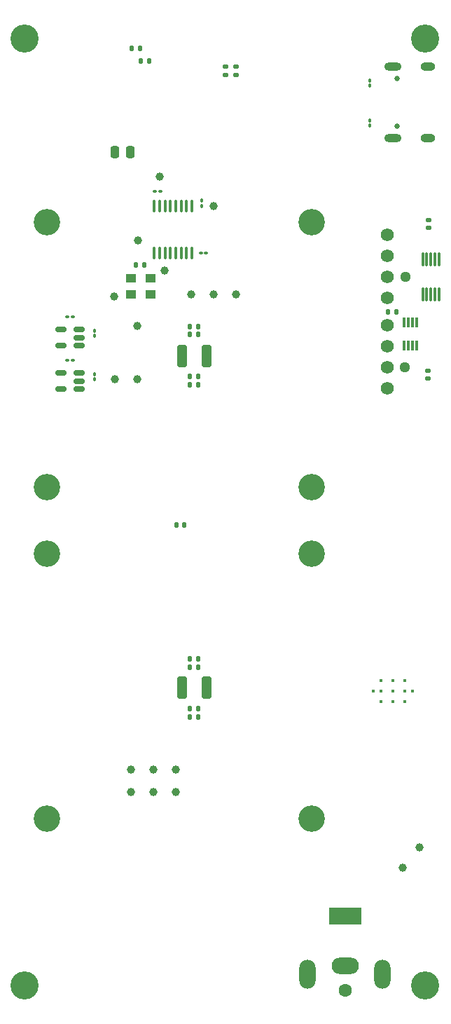
<source format=gbr>
%TF.GenerationSoftware,KiCad,Pcbnew,8.0.4*%
%TF.CreationDate,2024-11-04T21:15:06+01:00*%
%TF.ProjectId,BitForgeNano,42697446-6f72-4676-954e-616e6f2e6b69,rev?*%
%TF.SameCoordinates,Original*%
%TF.FileFunction,Soldermask,Bot*%
%TF.FilePolarity,Negative*%
%FSLAX46Y46*%
G04 Gerber Fmt 4.6, Leading zero omitted, Abs format (unit mm)*
G04 Created by KiCad (PCBNEW 8.0.4) date 2024-11-04 21:15:06*
%MOMM*%
%LPD*%
G01*
G04 APERTURE LIST*
G04 Aperture macros list*
%AMRoundRect*
0 Rectangle with rounded corners*
0 $1 Rounding radius*
0 $2 $3 $4 $5 $6 $7 $8 $9 X,Y pos of 4 corners*
0 Add a 4 corners polygon primitive as box body*
4,1,4,$2,$3,$4,$5,$6,$7,$8,$9,$2,$3,0*
0 Add four circle primitives for the rounded corners*
1,1,$1+$1,$2,$3*
1,1,$1+$1,$4,$5*
1,1,$1+$1,$6,$7*
1,1,$1+$1,$8,$9*
0 Add four rect primitives between the rounded corners*
20,1,$1+$1,$2,$3,$4,$5,0*
20,1,$1+$1,$4,$5,$6,$7,0*
20,1,$1+$1,$6,$7,$8,$9,0*
20,1,$1+$1,$8,$9,$2,$3,0*%
G04 Aperture macros list end*
%ADD10C,1.000000*%
%ADD11RoundRect,0.100000X0.130000X0.100000X-0.130000X0.100000X-0.130000X-0.100000X0.130000X-0.100000X0*%
%ADD12RoundRect,0.140000X-0.140000X-0.170000X0.140000X-0.170000X0.140000X0.170000X-0.140000X0.170000X0*%
%ADD13RoundRect,0.140000X0.140000X0.170000X-0.140000X0.170000X-0.140000X-0.170000X0.140000X-0.170000X0*%
%ADD14RoundRect,0.100000X0.100000X-0.130000X0.100000X0.130000X-0.100000X0.130000X-0.100000X-0.130000X0*%
%ADD15RoundRect,0.150000X-0.512500X-0.150000X0.512500X-0.150000X0.512500X0.150000X-0.512500X0.150000X0*%
%ADD16R,1.300000X1.100000*%
%ADD17RoundRect,0.250000X-0.325000X-1.100000X0.325000X-1.100000X0.325000X1.100000X-0.325000X1.100000X0*%
%ADD18RoundRect,0.100000X0.100000X-0.637500X0.100000X0.637500X-0.100000X0.637500X-0.100000X-0.637500X0*%
%ADD19C,3.200000*%
%ADD20C,0.400000*%
%ADD21RoundRect,0.135000X-0.185000X0.135000X-0.185000X-0.135000X0.185000X-0.135000X0.185000X0.135000X0*%
%ADD22RoundRect,0.100000X-0.100000X0.130000X-0.100000X-0.130000X0.100000X-0.130000X0.100000X0.130000X0*%
%ADD23RoundRect,0.135000X0.135000X0.185000X-0.135000X0.185000X-0.135000X-0.185000X0.135000X-0.185000X0*%
%ADD24RoundRect,0.140000X0.170000X-0.140000X0.170000X0.140000X-0.170000X0.140000X-0.170000X-0.140000X0*%
%ADD25RoundRect,0.087500X-0.087500X0.537500X-0.087500X-0.537500X0.087500X-0.537500X0.087500X0.537500X0*%
%ADD26RoundRect,0.140000X-0.170000X0.140000X-0.170000X-0.140000X0.170000X-0.140000X0.170000X0.140000X0*%
%ADD27RoundRect,0.087500X-0.087500X0.725000X-0.087500X-0.725000X0.087500X-0.725000X0.087500X0.725000X0*%
%ADD28RoundRect,0.135000X0.185000X-0.135000X0.185000X0.135000X-0.185000X0.135000X-0.185000X-0.135000X0*%
%ADD29RoundRect,0.250000X0.250000X0.475000X-0.250000X0.475000X-0.250000X-0.475000X0.250000X-0.475000X0*%
%ADD30C,1.295400*%
%ADD31C,1.574800*%
%ADD32C,1.600000*%
%ADD33R,4.000000X2.000000*%
%ADD34O,2.000000X3.500000*%
%ADD35O,3.300000X2.000000*%
%ADD36C,0.650000*%
%ADD37O,2.100000X1.000000*%
%ADD38O,1.800000X1.000000*%
%ADD39C,3.400000*%
G04 APERTURE END LIST*
D10*
%TO.C,TP2*%
X86750000Y-71250000D03*
%TD*%
D11*
%TO.C,R31*%
X86180000Y-73000000D03*
X86820000Y-73000000D03*
%TD*%
D12*
%TO.C,C100*%
X91380000Y-90300000D03*
X90420000Y-90300000D03*
%TD*%
D13*
%TO.C,C42*%
X89730000Y-113250000D03*
X88770000Y-113250000D03*
%TD*%
D10*
%TO.C,TP8*%
X84050000Y-89250000D03*
%TD*%
D12*
%TO.C,C59*%
X91380000Y-129450000D03*
X90420000Y-129450000D03*
%TD*%
%TO.C,C39*%
X91380000Y-95350000D03*
X90420000Y-95350000D03*
%TD*%
D10*
%TO.C,TP11*%
X93250000Y-85450000D03*
%TD*%
D14*
%TO.C,C31*%
X78900000Y-89830000D03*
X78900000Y-90470000D03*
%TD*%
D10*
%TO.C,TP12*%
X95950000Y-85450000D03*
%TD*%
D11*
%TO.C,C17*%
X91730000Y-80450000D03*
X92370000Y-80450000D03*
%TD*%
D14*
%TO.C,C15*%
X91850000Y-74130000D03*
X91850000Y-74770000D03*
%TD*%
D10*
%TO.C,TP21*%
X88650000Y-142850000D03*
%TD*%
D12*
%TO.C,C58*%
X91380000Y-136450000D03*
X90420000Y-136450000D03*
%TD*%
D14*
%TO.C,C33*%
X78900000Y-95080000D03*
X78900000Y-95720000D03*
%TD*%
D10*
%TO.C,TP23*%
X85950000Y-142850000D03*
%TD*%
D15*
%TO.C,U5*%
X77037500Y-89700000D03*
X77037500Y-90650000D03*
X77037500Y-91600000D03*
X74762500Y-91600000D03*
X74762500Y-89700000D03*
%TD*%
D10*
%TO.C,TP7*%
X81250000Y-85650000D03*
%TD*%
D11*
%TO.C,C32*%
X75580000Y-88150000D03*
X76220000Y-88150000D03*
%TD*%
D12*
%TO.C,C60*%
X91380000Y-130450000D03*
X90420000Y-130450000D03*
%TD*%
D16*
%TO.C,U11*%
X83300000Y-83500000D03*
X85600000Y-83500000D03*
X85600000Y-85400000D03*
X83300000Y-85400000D03*
%TD*%
D15*
%TO.C,U6*%
X77037500Y-94950000D03*
X77037500Y-95900000D03*
X77037500Y-96850000D03*
X74762500Y-96850000D03*
X74762500Y-94950000D03*
%TD*%
D10*
%TO.C,TP20*%
X88650000Y-145550000D03*
%TD*%
%TO.C,TP9*%
X90550000Y-85450000D03*
%TD*%
%TO.C,TP18*%
X84150000Y-78950000D03*
%TD*%
D17*
%TO.C,C64*%
X92375000Y-132950000D03*
X89425000Y-132950000D03*
%TD*%
D12*
%TO.C,C40*%
X91380000Y-96350000D03*
X90420000Y-96350000D03*
%TD*%
%TO.C,C35*%
X84850000Y-81850000D03*
X83890000Y-81850000D03*
%TD*%
D10*
%TO.C,TP24*%
X83250000Y-145550000D03*
%TD*%
D11*
%TO.C,C34*%
X75580000Y-93400000D03*
X76220000Y-93400000D03*
%TD*%
D10*
%TO.C,TP10*%
X87350000Y-82550000D03*
%TD*%
D12*
%TO.C,C61*%
X91380000Y-135450000D03*
X90420000Y-135450000D03*
%TD*%
D18*
%TO.C,U9*%
X90650000Y-80475000D03*
X90000000Y-80475000D03*
X89350000Y-80475000D03*
X88700000Y-80475000D03*
X88050000Y-80475000D03*
X87400000Y-80475000D03*
X86750000Y-80475000D03*
X86100000Y-80475000D03*
X86100000Y-74750000D03*
X86750000Y-74750000D03*
X87400000Y-74750000D03*
X88050000Y-74750000D03*
X88700000Y-74750000D03*
X89350000Y-74750000D03*
X90000000Y-74750000D03*
X90650000Y-74750000D03*
%TD*%
D17*
%TO.C,C41*%
X92375000Y-92850000D03*
X89425000Y-92850000D03*
%TD*%
D12*
%TO.C,C29*%
X91380000Y-89350000D03*
X90420000Y-89350000D03*
%TD*%
D10*
%TO.C,TP27*%
X84050000Y-95650000D03*
%TD*%
%TO.C,TP6*%
X93272500Y-74787500D03*
%TD*%
%TO.C,TP25*%
X83250000Y-142850000D03*
%TD*%
%TO.C,TP22*%
X85950000Y-145550000D03*
%TD*%
%TO.C,TP26*%
X81350000Y-95650000D03*
%TD*%
D19*
%TO.C,H7*%
X105136483Y-76726762D03*
%TD*%
D20*
%TO.C,U12*%
X116336483Y-132046762D03*
X114936483Y-132046762D03*
X113536483Y-132046762D03*
X117336483Y-133326762D03*
X116336483Y-133326762D03*
X114936483Y-133326762D03*
X113536483Y-133326762D03*
X112536483Y-133326762D03*
X116336483Y-134606762D03*
X114936483Y-134606762D03*
X113536483Y-134606762D03*
%TD*%
D21*
%TO.C,R26*%
X95936483Y-58946762D03*
X95936483Y-57926762D03*
%TD*%
D22*
%TO.C,R28*%
X112136483Y-65046762D03*
X112136483Y-64406762D03*
%TD*%
D23*
%TO.C,R22*%
X83386483Y-55756762D03*
X84406483Y-55756762D03*
%TD*%
D14*
%TO.C,R29*%
X112136483Y-59586762D03*
X112136483Y-60226762D03*
%TD*%
D19*
%TO.C,H2*%
X73136483Y-148726762D03*
%TD*%
D24*
%TO.C,C21*%
X119236483Y-77406762D03*
X119236483Y-76446762D03*
%TD*%
D25*
%TO.C,U23*%
X117786483Y-91626762D03*
X117286483Y-91626762D03*
X116786483Y-91626762D03*
X116286483Y-91626762D03*
X116286483Y-88826762D03*
X116786483Y-88826762D03*
X117286483Y-88826762D03*
X117786483Y-88826762D03*
%TD*%
D23*
%TO.C,R14*%
X84426483Y-57226762D03*
X85446483Y-57226762D03*
%TD*%
D26*
%TO.C,C45*%
X119136483Y-94646762D03*
X119136483Y-95606762D03*
%TD*%
D10*
%TO.C,TP17*%
X118136483Y-152226762D03*
%TD*%
D27*
%TO.C,U2*%
X118536483Y-81214262D03*
X119036483Y-81214262D03*
X119536483Y-81214262D03*
X120036483Y-81214262D03*
X120536483Y-81214262D03*
X120536483Y-85439262D03*
X120036483Y-85439262D03*
X119536483Y-85439262D03*
X119036483Y-85439262D03*
X118536483Y-85439262D03*
%TD*%
D28*
%TO.C,R25*%
X94686483Y-57926762D03*
X94686483Y-58946762D03*
%TD*%
D13*
%TO.C,C46*%
X115316483Y-87526762D03*
X114356483Y-87526762D03*
%TD*%
D29*
%TO.C,C47*%
X83186483Y-68226762D03*
X81286483Y-68226762D03*
%TD*%
D10*
%TO.C,TP16*%
X116136483Y-154726762D03*
%TD*%
D19*
%TO.C,H1*%
X105136483Y-148726762D03*
%TD*%
D30*
%TO.C,J6*%
X116435335Y-83286162D03*
D31*
X114275334Y-78206162D03*
X114275334Y-80746162D03*
X114275334Y-83286162D03*
X114275334Y-85826162D03*
%TD*%
D19*
%TO.C,H3*%
X105136483Y-116726762D03*
%TD*%
D30*
%TO.C,J8*%
X116396484Y-94266762D03*
D31*
X114236483Y-89186762D03*
X114236483Y-91726762D03*
X114236483Y-94266762D03*
X114236483Y-96806762D03*
%TD*%
D32*
%TO.C,J1*%
X109136483Y-169526762D03*
D33*
X109136483Y-160526762D03*
D34*
X104636483Y-167526762D03*
D35*
X109136483Y-166526762D03*
D34*
X113636483Y-167526762D03*
%TD*%
D36*
%TO.C,J5*%
X115466483Y-65141762D03*
X115466483Y-59361762D03*
D37*
X114966483Y-66571762D03*
D38*
X119146483Y-66571762D03*
D37*
X114966483Y-57931762D03*
D38*
X119146483Y-57931762D03*
%TD*%
D19*
%TO.C,H5*%
X105136483Y-108726762D03*
%TD*%
%TO.C,H8*%
X73136483Y-76726762D03*
%TD*%
%TO.C,H4*%
X73136483Y-116726762D03*
%TD*%
%TO.C,H6*%
X73136483Y-108726762D03*
%TD*%
D39*
%TO.C,*%
X118836483Y-168926773D03*
%TD*%
%TO.C,*%
X118836483Y-54526753D03*
%TD*%
%TO.C,*%
X70436483Y-168926773D03*
%TD*%
%TO.C,*%
X70436483Y-54526773D03*
%TD*%
M02*

</source>
